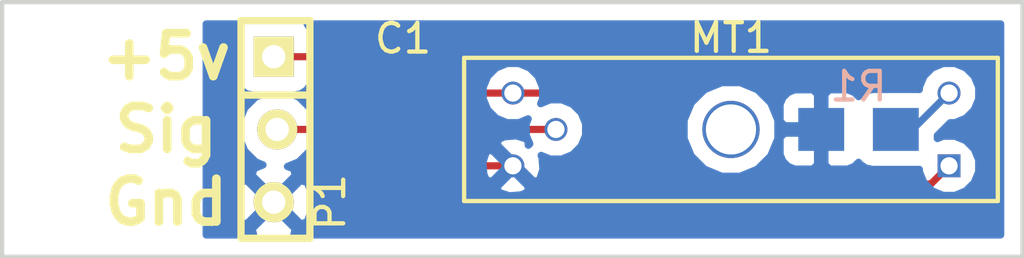
<source format=kicad_pcb>
(kicad_pcb (version 20160815) (host pcbnew "(2016-11-16 revision 682c15e)-master")

  (general
    (links 8)
    (no_connects 0)
    (area 50.724999 64.961885 86.435001 77.278114)
    (thickness 1.6)
    (drawings 9)
    (tracks 15)
    (zones 0)
    (modules 4)
    (nets 5)
  )

  (page A4)
  (layers
    (0 F.Cu signal)
    (31 B.Cu signal)
    (32 B.Adhes user)
    (33 F.Adhes user)
    (34 B.Paste user)
    (35 F.Paste user)
    (36 B.SilkS user)
    (37 F.SilkS user)
    (38 B.Mask user)
    (39 F.Mask user)
    (40 Dwgs.User user)
    (41 Cmts.User user)
    (42 Eco1.User user)
    (43 Eco2.User user)
    (44 Edge.Cuts user)
    (45 Margin user)
    (46 B.CrtYd user)
    (47 F.CrtYd user)
    (48 B.Fab user)
    (49 F.Fab user)
  )

  (setup
    (last_trace_width 0.25)
    (trace_clearance 0.2)
    (zone_clearance 0.508)
    (zone_45_only no)
    (trace_min 0.2)
    (segment_width 0.2)
    (edge_width 0.15)
    (via_size 0.8)
    (via_drill 0.4)
    (via_min_size 0.4)
    (via_min_drill 0.3)
    (uvia_size 0.3)
    (uvia_drill 0.1)
    (uvias_allowed no)
    (uvia_min_size 0.2)
    (uvia_min_drill 0.1)
    (pcb_text_width 0.3)
    (pcb_text_size 1.5 1.5)
    (mod_edge_width 0.15)
    (mod_text_size 1 1)
    (mod_text_width 0.15)
    (pad_size 1.524 1.524)
    (pad_drill 0.762)
    (pad_to_mask_clearance 0.2)
    (aux_axis_origin 0 0)
    (visible_elements FFFFFF7F)
    (pcbplotparams
      (layerselection 0x010f0_ffffffff)
      (usegerberextensions false)
      (excludeedgelayer true)
      (linewidth 0.100000)
      (plotframeref false)
      (viasonmask false)
      (mode 1)
      (useauxorigin false)
      (hpglpennumber 1)
      (hpglpenspeed 20)
      (hpglpendiameter 15)
      (psnegative false)
      (psa4output false)
      (plotreference true)
      (plotvalue true)
      (plotinvisibletext false)
      (padsonsilk false)
      (subtractmaskfromsilk false)
      (outputformat 1)
      (mirror false)
      (drillshape 0)
      (scaleselection 1)
      (outputdirectory ../Gerbers/))
  )

  (net 0 "")
  (net 1 "Net-(MT1-Pad4)")
  (net 2 "Net-(MT1-Pad2)")
  (net 3 /GND)
  (net 4 /Vcc)

  (net_class Default "This is the default net class."
    (clearance 0.2)
    (trace_width 0.25)
    (via_dia 0.8)
    (via_drill 0.4)
    (uvia_dia 0.3)
    (uvia_drill 0.1)
    (diff_pair_gap 0.25)
    (diff_pair_width 0.2)
    (add_net /GND)
    (add_net /Vcc)
    (add_net "Net-(MT1-Pad2)")
    (add_net "Net-(MT1-Pad4)")
  )

  (module Sensors:SHARP_GP1A57HRJ00F (layer F.Cu) (tedit 58804AEE) (tstamp 58804528)
    (at 76.2 71.12)
    (tags "Sharp GP1A57HRJ00F Photo Interrupter")
    (path /58802AE2)
    (fp_text reference MT1 (at 0 -3.2) (layer F.SilkS)
      (effects (font (size 1 1) (thickness 0.15)))
    )
    (fp_text value GP1A57HRJ00F (at 0 3.2) (layer F.Fab) hide
      (effects (font (size 1 1) (thickness 0.15)))
    )
    (fp_line (start 9.3 -2.5) (end 9.3 2.5) (layer F.SilkS) (width 0.15))
    (fp_line (start -9.3 -2.5) (end -9.3 2.5) (layer F.SilkS) (width 0.15))
    (fp_line (start -9.3 2.5) (end 9.3 2.5) (layer F.SilkS) (width 0.15))
    (fp_line (start 9.3 -2.5) (end -9.3 -2.5) (layer F.SilkS) (width 0.15))
    (pad "" thru_hole circle (at 0 0) (size 2 2) (drill 1.75) (layers *.Cu *.Mask))
    (pad 1 thru_hole rect (at 7.6 1.27) (size 0.8 0.8) (drill 0.6) (layers *.Cu *.Mask)
      (net 4 /Vcc))
    (pad 2 thru_hole circle (at 7.6 -1.27) (size 0.8 0.8) (drill 0.6) (layers *.Cu *.Mask)
      (net 2 "Net-(MT1-Pad2)"))
    (pad 3 thru_hole circle (at -7.6 -1.27) (size 0.8 0.8) (drill 0.6) (layers *.Cu *.Mask)
      (net 4 /Vcc))
    (pad 5 thru_hole circle (at -7.6 1.27) (size 0.8 0.8) (drill 0.6) (layers *.Cu *.Mask)
      (net 3 /GND))
    (pad 4 thru_hole circle (at -6.1 0) (size 0.8 0.8) (drill 0.6) (layers *.Cu *.Mask)
      (net 1 "Net-(MT1-Pad4)"))
    (model /home/imcinerney/Documents/Github/Crazyflie_Tools/Propeller_Speed/2-Hardware/KiCad-Libraries/3D/SHARP_GP1A57HRJ00F.wrl
      (at (xyz 0 0 0))
      (scale (xyz 0.3937 0.3937 0.3937))
      (rotate (xyz 0 0 0))
    )
  )

  (module Connectors:CONN_2.54mm_1x3 (layer F.Cu) (tedit 5880497D) (tstamp 58804536)
    (at 60.325 71.12 90)
    (path /58802BFC)
    (fp_text reference P1 (at -2.54 1.905 90) (layer F.SilkS)
      (effects (font (size 1 1) (thickness 0.15)))
    )
    (fp_text value CONN_1x3 (at 0 -2.5 90) (layer F.SilkS) hide
      (effects (font (thickness 0.3048)))
    )
    (fp_line (start 1.2 1.2) (end 1.2 -1.2) (layer F.SilkS) (width 0.254))
    (fp_line (start 3.6 -1.2) (end -3.8 -1.2) (layer F.SilkS) (width 0.254))
    (fp_line (start -3.8 -1.2) (end -3.8 1) (layer F.SilkS) (width 0.254))
    (fp_line (start -3.8 1) (end -3.8 1.2) (layer F.SilkS) (width 0.254))
    (fp_line (start -3.8 1.2) (end 3.8 1.2) (layer F.SilkS) (width 0.254))
    (fp_line (start 3.8 1.2) (end 3.8 -1.2) (layer F.SilkS) (width 0.254))
    (fp_line (start 3.8 -1.2) (end 3.6 -1.2) (layer F.SilkS) (width 0.254))
    (pad 1 thru_hole rect (at 2.54 -0.06096 90) (size 1.397 1.397) (drill 0.8128) (layers *.Cu *.Mask F.SilkS)
      (net 4 /Vcc))
    (pad 2 thru_hole circle (at 0 0.06096 90) (size 1.397 1.397) (drill 0.8128) (layers *.Cu *.Mask F.SilkS)
      (net 1 "Net-(MT1-Pad4)"))
    (pad 3 thru_hole circle (at -2.54 -0.06096 90) (size 1.397 1.397) (drill 0.8128) (layers *.Cu *.Mask F.SilkS)
      (net 3 /GND))
  )

  (module SMD:SMD_0805 (layer B.Cu) (tedit 550A2F4B) (tstamp 58804540)
    (at 80.645 71.12 90)
    (tags Handsolderable)
    (path /58802D81)
    (fp_text reference R1 (at 1.5 0 360) (layer B.SilkS)
      (effects (font (size 1 1) (thickness 0.15)) (justify mirror))
    )
    (fp_text value 470 (at -1.6 0 360) (layer B.Fab) hide
      (effects (font (size 1 1) (thickness 0.15)) (justify mirror))
    )
    (fp_line (start -0.6 1) (end 0.6 1) (layer Margin) (width 0.15))
    (fp_line (start 0.6 1) (end 0.6 -1) (layer Margin) (width 0.15))
    (fp_line (start 0.6 -1) (end -0.6 -1) (layer Margin) (width 0.15))
    (fp_line (start -0.6 -1) (end -0.6 1) (layer Margin) (width 0.15))
    (pad 1 smd rect (at 0 1.3 90) (size 1.5 1.6) (layers B.Cu B.Paste B.Mask)
      (net 2 "Net-(MT1-Pad2)"))
    (pad 2 smd rect (at 0 -1.3 90) (size 1.5 1.6) (layers B.Cu B.Paste B.Mask)
      (net 3 /GND))
    (model 3D/SMD/SMD-0805.wrl
      (at (xyz 0 0 0))
      (scale (xyz 0.3937 0.3937 0.3937))
      (rotate (xyz 0 0 0))
    )
  )

  (module SMD:SMD_0805 (layer F.Cu) (tedit 58804930) (tstamp 58804CD1)
    (at 64.77 71.12)
    (tags Handsolderable)
    (path /588044E0)
    (fp_text reference C1 (at 0 -3.175 180) (layer F.SilkS)
      (effects (font (size 1 1) (thickness 0.15)))
    )
    (fp_text value 0.1u (at -1.6 0 90) (layer F.Fab) hide
      (effects (font (size 1 1) (thickness 0.15)))
    )
    (fp_line (start -0.6 -1) (end 0.6 -1) (layer Margin) (width 0.15))
    (fp_line (start 0.6 -1) (end 0.6 1) (layer Margin) (width 0.15))
    (fp_line (start 0.6 1) (end -0.6 1) (layer Margin) (width 0.15))
    (fp_line (start -0.6 1) (end -0.6 -1) (layer Margin) (width 0.15))
    (pad 1 smd rect (at 0 -1.3) (size 1.5 1.6) (layers F.Cu F.Paste F.Mask)
      (net 4 /Vcc))
    (pad 2 smd rect (at 0 1.3) (size 1.5 1.6) (layers F.Cu F.Paste F.Mask)
      (net 3 /GND))
    (model 3D/SMD/SMD-0805.wrl
      (at (xyz 0 0 0))
      (scale (xyz 0.3937 0.3937 0.3937))
      (rotate (xyz 0 0 0))
    )
  )

  (gr_text Gnd (at 56.515 73.66) (layer F.SilkS)
    (effects (font (size 1.5 1.5) (thickness 0.3)))
  )
  (gr_text Sig (at 56.515 71.12) (layer F.SilkS)
    (effects (font (size 1.5 1.5) (thickness 0.3)))
  )
  (gr_text +5v (at 56.515 68.58) (layer F.SilkS)
    (effects (font (size 1.5 1.5) (thickness 0.3)))
  )
  (gr_line (start 50.8 75.565) (end 56.515 75.565) (angle 90) (layer Edge.Cuts) (width 0.15))
  (gr_line (start 50.8 66.675) (end 50.8 75.565) (angle 90) (layer Edge.Cuts) (width 0.15))
  (gr_line (start 56.515 66.675) (end 50.8 66.675) (angle 90) (layer Edge.Cuts) (width 0.15))
  (gr_line (start 86.36 66.675) (end 56.515 66.675) (angle 90) (layer Edge.Cuts) (width 0.15))
  (gr_line (start 86.36 75.565) (end 56.515 75.565) (angle 90) (layer Edge.Cuts) (width 0.15))
  (gr_line (start 86.36 66.675) (end 86.36 75.565) (angle 90) (layer Edge.Cuts) (width 0.15))

  (segment (start 70.1 71.12) (end 60.38596 71.12) (width 0.25) (layer F.Cu) (net 1))
  (segment (start 81.945 71.12) (end 82.53 71.12) (width 0.25) (layer B.Cu) (net 2))
  (segment (start 82.53 71.12) (end 83.8 69.85) (width 0.25) (layer B.Cu) (net 2) (tstamp 58804D6F))
  (segment (start 68.6 72.39) (end 64.8 72.39) (width 0.25) (layer F.Cu) (net 3))
  (segment (start 64.8 72.39) (end 64.77 72.42) (width 0.25) (layer F.Cu) (net 3) (tstamp 58804DD5))
  (segment (start 64.77 69.82) (end 63.47 69.82) (width 0.25) (layer F.Cu) (net 4))
  (segment (start 62.23 68.58) (end 60.26404 68.58) (width 0.25) (layer F.Cu) (net 4) (tstamp 58804DD0))
  (segment (start 63.47 69.82) (end 62.23 68.58) (width 0.25) (layer F.Cu) (net 4) (tstamp 58804DCE))
  (segment (start 68.6 69.85) (end 64.8 69.85) (width 0.25) (layer F.Cu) (net 4))
  (segment (start 64.8 69.85) (end 64.77 69.82) (width 0.25) (layer F.Cu) (net 4) (tstamp 58804DCB))
  (segment (start 68.6 69.85) (end 71.755 69.85) (width 0.25) (layer F.Cu) (net 4))
  (segment (start 83.165 73.025) (end 83.8 72.39) (width 0.25) (layer F.Cu) (net 4) (tstamp 58804D6C))
  (segment (start 74.93 73.025) (end 83.165 73.025) (width 0.25) (layer F.Cu) (net 4) (tstamp 58804D6A))
  (segment (start 71.755 69.85) (end 74.93 73.025) (width 0.25) (layer F.Cu) (net 4) (tstamp 58804D69))
  (segment (start 68.57 69.82) (end 68.6 69.85) (width 0.25) (layer F.Cu) (net 4) (tstamp 58804D54))

  (zone (net 3) (net_name /GND) (layer B.Cu) (tstamp 58804D72) (hatch edge 0.508)
    (connect_pads (clearance 0.508))
    (min_thickness 0.254)
    (fill yes (arc_segments 16) (thermal_gap 0.508) (thermal_bridge_width 0.508))
    (polygon
      (pts
        (xy 85.725 74.93) (xy 57.785 74.93) (xy 57.785 67.31) (xy 85.725 67.31)
      )
    )
    (filled_polygon
      (pts
        (xy 58.967383 67.633735) (xy 58.9181 67.8815) (xy 58.9181 69.2785) (xy 58.967383 69.526265) (xy 59.107731 69.736309)
        (xy 59.317775 69.876657) (xy 59.56554 69.92594) (xy 59.783844 69.92594) (xy 59.63158 69.988854) (xy 59.256133 70.363647)
        (xy 59.052692 70.853587) (xy 59.052229 71.384086) (xy 59.254814 71.87438) (xy 59.629607 72.249827) (xy 59.890193 72.358032)
        (xy 59.571111 72.4902) (xy 59.509457 72.725812) (xy 60.26404 73.480395) (xy 61.018623 72.725812) (xy 60.956969 72.4902)
        (xy 60.743566 72.415089) (xy 61.097296 72.268931) (xy 67.551691 72.268931) (xy 67.585158 72.679318) (xy 67.67782 72.903023)
        (xy 67.88265 72.927745) (xy 68.420395 72.39) (xy 67.88265 71.852255) (xy 67.67782 71.876977) (xy 67.551691 72.268931)
        (xy 61.097296 72.268931) (xy 61.14034 72.251146) (xy 61.515787 71.876353) (xy 61.719228 71.386413) (xy 61.719691 70.855914)
        (xy 61.517106 70.36562) (xy 61.206999 70.054971) (xy 67.564821 70.054971) (xy 67.722058 70.435515) (xy 68.012954 70.726919)
        (xy 68.393223 70.88482) (xy 68.804971 70.885179) (xy 69.133127 70.749588) (xy 69.06518 70.913223) (xy 69.064821 71.324971)
        (xy 69.187796 71.622596) (xy 69.137745 71.672647) (xy 69.113023 71.46782) (xy 68.721069 71.341691) (xy 68.310682 71.375158)
        (xy 68.086977 71.46782) (xy 68.062255 71.67265) (xy 68.6 72.210395) (xy 68.614143 72.196253) (xy 68.793748 72.375858)
        (xy 68.779605 72.39) (xy 69.31735 72.927745) (xy 69.52218 72.903023) (xy 69.648309 72.511069) (xy 69.614842 72.100682)
        (xy 69.584098 72.026461) (xy 69.893223 72.15482) (xy 70.304971 72.155179) (xy 70.685515 71.997942) (xy 70.976919 71.707046)
        (xy 71.08623 71.443795) (xy 74.564716 71.443795) (xy 74.813106 72.044943) (xy 75.272637 72.505278) (xy 75.873352 72.754716)
        (xy 76.523795 72.755284) (xy 77.124943 72.506894) (xy 77.585278 72.047363) (xy 77.834716 71.446648) (xy 77.834751 71.40575)
        (xy 77.91 71.40575) (xy 77.91 71.996309) (xy 78.006673 72.229698) (xy 78.185301 72.408327) (xy 78.41869 72.505)
        (xy 79.05925 72.505) (xy 79.218 72.34625) (xy 79.218 71.247) (xy 78.06875 71.247) (xy 77.91 71.40575)
        (xy 77.834751 71.40575) (xy 77.835284 70.796205) (xy 77.60699 70.243691) (xy 77.91 70.243691) (xy 77.91 70.83425)
        (xy 78.06875 70.993) (xy 79.218 70.993) (xy 79.218 69.89375) (xy 79.472 69.89375) (xy 79.472 70.993)
        (xy 79.492 70.993) (xy 79.492 71.247) (xy 79.472 71.247) (xy 79.472 72.34625) (xy 79.63075 72.505)
        (xy 80.27131 72.505) (xy 80.504699 72.408327) (xy 80.646345 72.26668) (xy 80.687191 72.327809) (xy 80.897235 72.468157)
        (xy 81.145 72.51744) (xy 82.745 72.51744) (xy 82.764892 72.513483) (xy 82.764821 72.594971) (xy 82.922058 72.975515)
        (xy 83.212954 73.266919) (xy 83.593223 73.42482) (xy 84.004971 73.425179) (xy 84.385515 73.267942) (xy 84.676919 72.977046)
        (xy 84.83482 72.596777) (xy 84.835179 72.185029) (xy 84.677942 71.804485) (xy 84.387046 71.513081) (xy 84.006777 71.35518)
        (xy 83.595029 71.354821) (xy 83.39244 71.438529) (xy 83.39244 71.332362) (xy 83.839767 70.885035) (xy 84.004971 70.885179)
        (xy 84.385515 70.727942) (xy 84.676919 70.437046) (xy 84.83482 70.056777) (xy 84.835179 69.645029) (xy 84.677942 69.264485)
        (xy 84.387046 68.973081) (xy 84.006777 68.81518) (xy 83.595029 68.814821) (xy 83.214485 68.972058) (xy 82.923081 69.262954)
        (xy 82.76518 69.643223) (xy 82.765107 69.72656) (xy 82.745 69.72256) (xy 81.145 69.72256) (xy 80.897235 69.771843)
        (xy 80.687191 69.912191) (xy 80.646345 69.97332) (xy 80.504699 69.831673) (xy 80.27131 69.735) (xy 79.63075 69.735)
        (xy 79.472 69.89375) (xy 79.218 69.89375) (xy 79.05925 69.735) (xy 78.41869 69.735) (xy 78.185301 69.831673)
        (xy 78.006673 70.010302) (xy 77.91 70.243691) (xy 77.60699 70.243691) (xy 77.586894 70.195057) (xy 77.127363 69.734722)
        (xy 76.526648 69.485284) (xy 75.876205 69.484716) (xy 75.275057 69.733106) (xy 74.814722 70.192637) (xy 74.565284 70.793352)
        (xy 74.564716 71.443795) (xy 71.08623 71.443795) (xy 71.13482 71.326777) (xy 71.135179 70.915029) (xy 70.977942 70.534485)
        (xy 70.687046 70.243081) (xy 70.306777 70.08518) (xy 69.895029 70.084821) (xy 69.566873 70.220412) (xy 69.63482 70.056777)
        (xy 69.635179 69.645029) (xy 69.477942 69.264485) (xy 69.187046 68.973081) (xy 68.806777 68.81518) (xy 68.395029 68.814821)
        (xy 68.014485 68.972058) (xy 67.723081 69.262954) (xy 67.56518 69.643223) (xy 67.564821 70.054971) (xy 61.206999 70.054971)
        (xy 61.142313 69.990173) (xy 60.979499 69.922567) (xy 61.210305 69.876657) (xy 61.420349 69.736309) (xy 61.560697 69.526265)
        (xy 61.60998 69.2785) (xy 61.60998 67.8815) (xy 61.560697 67.633735) (xy 61.429242 67.437) (xy 85.598 67.437)
        (xy 85.598 74.803) (xy 60.963982 74.803) (xy 61.018623 74.594188) (xy 60.26404 73.839605) (xy 59.509457 74.594188)
        (xy 59.564098 74.803) (xy 57.912 74.803) (xy 57.912 73.46748) (xy 58.918113 73.46748) (xy 58.946892 73.997199)
        (xy 59.09424 74.352929) (xy 59.329852 74.414583) (xy 60.084435 73.66) (xy 60.443645 73.66) (xy 61.198228 74.414583)
        (xy 61.43384 74.352929) (xy 61.609967 73.85252) (xy 61.581188 73.322801) (xy 61.491946 73.10735) (xy 68.062255 73.10735)
        (xy 68.086977 73.31218) (xy 68.478931 73.438309) (xy 68.889318 73.404842) (xy 69.113023 73.31218) (xy 69.137745 73.10735)
        (xy 68.6 72.569605) (xy 68.062255 73.10735) (xy 61.491946 73.10735) (xy 61.43384 72.967071) (xy 61.198228 72.905417)
        (xy 60.443645 73.66) (xy 60.084435 73.66) (xy 59.329852 72.905417) (xy 59.09424 72.967071) (xy 58.918113 73.46748)
        (xy 57.912 73.46748) (xy 57.912 67.437) (xy 59.098838 67.437)
      )
    )
  )
)

</source>
